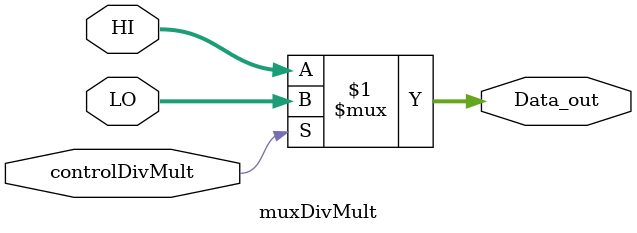
<source format=v>
module muxDivMult(
    input wire controlDivMult,
    input wire [31:0] LO,
    input wire [31:0] HI,
    output wire [31:0] Data_out
);
    assign Data_out = controlDivMult ? (LO):(HI);

endmodule
</source>
